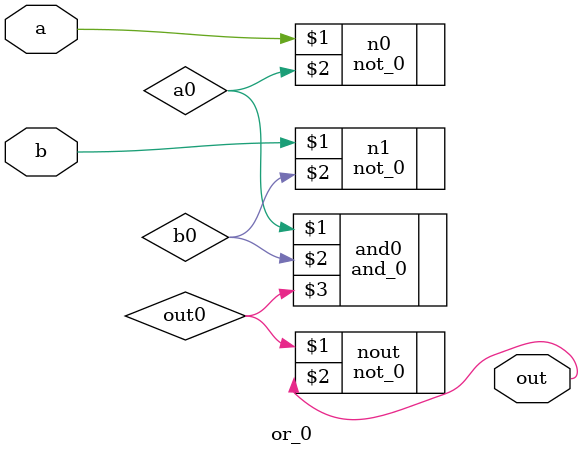
<source format=v>
`include "and_0.v"

module or_0(
  input wire a,
  input wire b,
  output wire out
);
  wire a0;
  wire b0;
  not_0 n0(a, a0);
  not_0 n1(b, b0);

  wire out0;
  and_0 and0(a0, b0, out0);

  not_0 nout(out0, out);
endmodule

</source>
